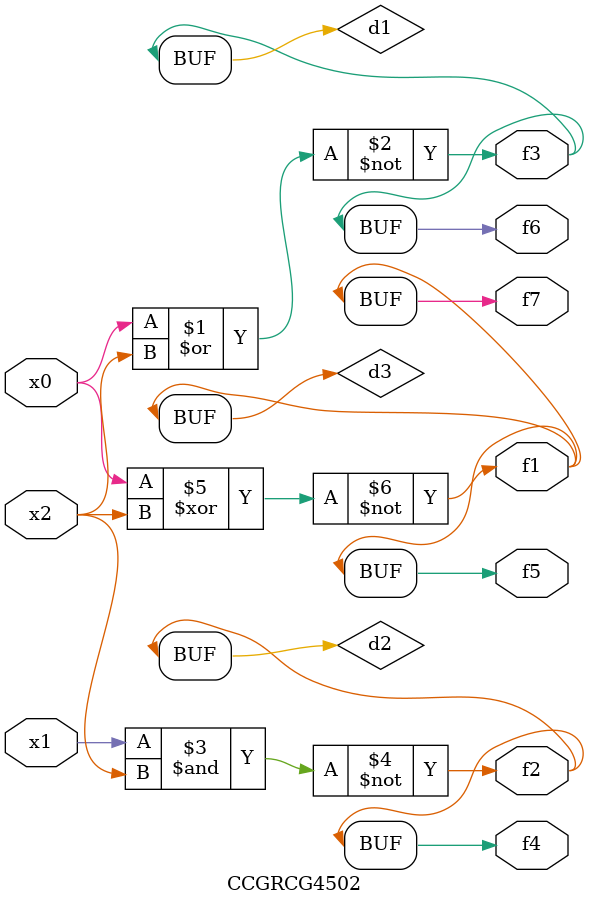
<source format=v>
module CCGRCG4502(
	input x0, x1, x2,
	output f1, f2, f3, f4, f5, f6, f7
);

	wire d1, d2, d3;

	nor (d1, x0, x2);
	nand (d2, x1, x2);
	xnor (d3, x0, x2);
	assign f1 = d3;
	assign f2 = d2;
	assign f3 = d1;
	assign f4 = d2;
	assign f5 = d3;
	assign f6 = d1;
	assign f7 = d3;
endmodule

</source>
